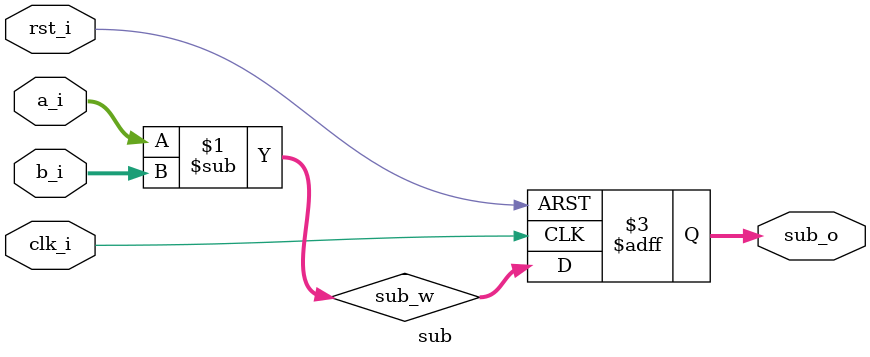
<source format=v>
module sub #(
  parameter Width = 32
) (
  input                         rst_i,
  input                         clk_i,
  input      signed [Width-1:0] a_i,
  input      signed [Width-1:0] b_i,
  output reg signed [Width-1:0] sub_o
);

  wire [Width-1:0] sub_w;
  assign sub_w = a_i - b_i;	

  always @(posedge clk_i, posedge rst_i) begin
    if (rst_i) begin 
      sub_o <= 0;
    end else begin
      sub_o <= sub_w;
    end
  end  

endmodule

</source>
